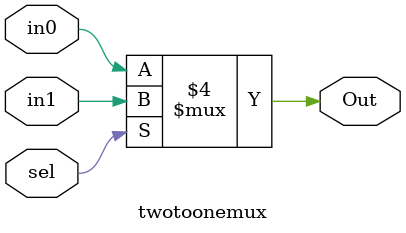
<source format=v>
module twotoonemux(input in0, input in1, input sel, output reg Out);

	always @(*)
	begin
		if (sel == 1)
		begin
			Out = in1;
		end
		else
		begin
			Out = in0;
		end

	end
endmodule

</source>
